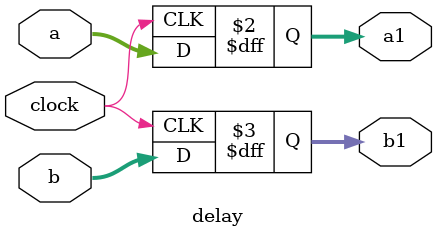
<source format=v>

module delay(a,b,a1,b1,clock);

parameter n = 15;
input [n:0] a,b;
input clock;
output [n:0] a1,b1;
reg [n:0] a1,b1;


always @(posedge clock)
begin
	// #25;
	a1 <= a;
	b1 <= b;
end

endmodule

</source>
